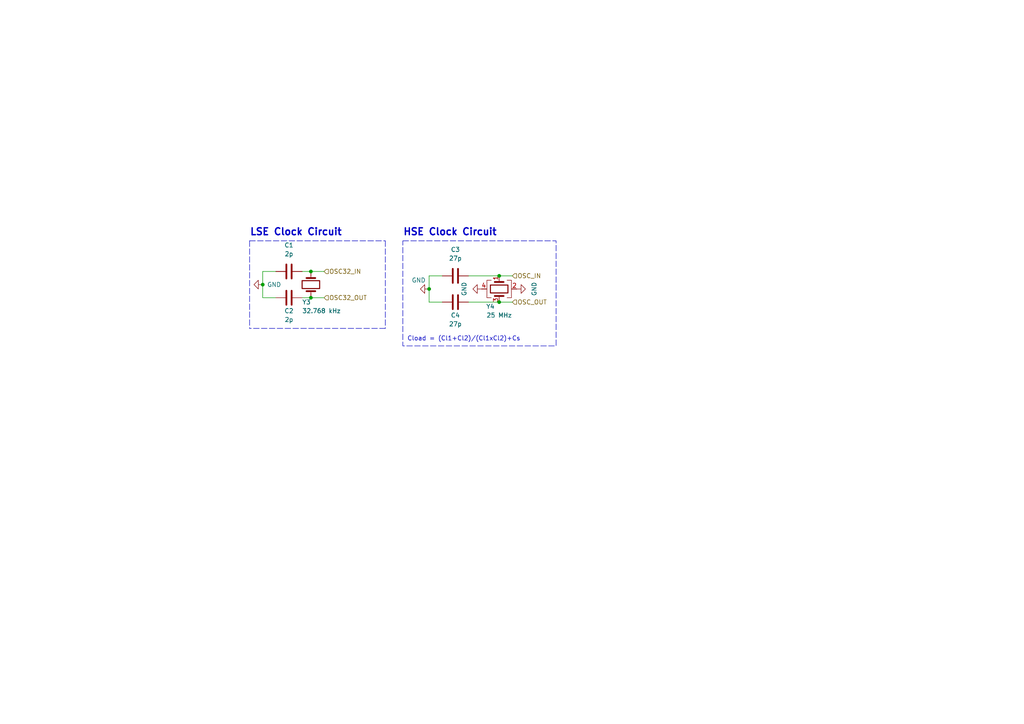
<source format=kicad_sch>
(kicad_sch (version 20231120) (generator "eeschema") (generator_version "8.0")
  (paper "A4")
  (lib_symbols
    (symbol "Device:C" (pin_numbers hide) (pin_names (offset 0.254))
      (property "Reference" "C" (at 0.635 2.54 0))
      (property "Value" "C" (at 0.635 -2.54 0))
      (symbol "C_0_1"
        (polyline (pts (xy -2.032 -0.762) (xy 2.032 -0.762)) (stroke (width 0.508)))
        (polyline (pts (xy -2.032 0.762) (xy 2.032 0.762)) (stroke (width 0.508)))
      )
      (symbol "C_1_1"
        (pin passive line (at 0 3.81 270) (length 2.794) (name "~") (number "1"))
        (pin passive line (at 0 -3.81 90) (length 2.794) (name "~") (number "2"))
      )
    )
    (symbol "Device:Crystal" (pin_numbers hide) (pin_names (offset 1.016) hide)
      (property "Reference" "Y" (at 0 3.81 0))
      (property "Value" "Crystal" (at 0 -3.81 0))
      (symbol "Crystal_0_1"
        (rectangle (start -1.143 2.54) (end 1.143 -2.54) (stroke (width 0.3048)))
        (polyline (pts (xy -2.54 0) (xy -1.905 0)))
        (polyline (pts (xy -1.905 -1.27) (xy -1.905 1.27)) (stroke (width 0.508)))
        (polyline (pts (xy 1.905 -1.27) (xy 1.905 1.27)) (stroke (width 0.508)))
        (polyline (pts (xy 2.54 0) (xy 1.905 0)))
      )
      (symbol "Crystal_1_1"
        (pin passive line (at -3.81 0 0) (length 1.27) (name "1") (number "1"))
        (pin passive line (at 3.81 0 180) (length 1.27) (name "2") (number "2"))
      )
    )
    (symbol "Device:Crystal_GND24" (pin_names (offset 1.016) hide)
      (property "Reference" "Y" (at 3.175 5.08 0))
      (property "Value" "Crystal_GND24" (at 3.175 3.175 0))
      (symbol "Crystal_GND24_0_1"
        (rectangle (start -1.143 2.54) (end 1.143 -2.54) (stroke (width 0.3048)))
        (polyline (pts (xy -2.54 0) (xy -2.032 0)))
        (polyline (pts (xy -2.032 -1.27) (xy -2.032 1.27)) (stroke (width 0.508)))
        (polyline (pts (xy 0 -3.81) (xy 0 -3.556)))
        (polyline (pts (xy 0 3.556) (xy 0 3.81)))
        (polyline (pts (xy 2.032 -1.27) (xy 2.032 1.27)) (stroke (width 0.508)))
        (polyline (pts (xy 2.032 0) (xy 2.54 0)))
        (polyline (pts (xy -2.54 -2.286) (xy -2.54 -3.556) (xy 2.54 -3.556) (xy 2.54 -2.286)))
        (polyline (pts (xy -2.54 2.286) (xy -2.54 3.556) (xy 2.54 3.556) (xy 2.54 2.286)))
      )
      (symbol "Crystal_GND24_1_1"
        (pin passive line (at -3.81 0 0) (length 1.27) (name "1") (number "1"))
        (pin passive line (at 0 5.08 270) (length 1.27) (name "2") (number "2"))
        (pin passive line (at 3.81 0 180) (length 1.27) (name "3") (number "3"))
        (pin passive line (at 0 -5.08 90) (length 1.27) (name "4") (number "4"))
      )
    )
    (symbol "power:GND" (power) (pin_names (offset 0))
      (property "Value" "GND" (at 0 -3.81 0))
      (symbol "GND_0_1"
        (polyline (pts (xy 0 0) (xy 0 -1.27) (xy 1.27 -1.27) (xy 0 -2.54) (xy -1.27 -1.27) (xy 0 -1.27)))
      )
      (symbol "GND_1_1"
        (pin power_in line (at 0 0 270) (length 0) hide (name "GND") (number "1"))
      )
    )
  )
  (junction (at 144.78 87.63))
  (junction (at 90.17 86.36))
  (junction (at 76.2 82.55))
  (junction (at 144.78 80.01))
  (junction (at 90.17 78.74))
  (junction (at 124.46 83.82))
  (wire (pts (xy 135.89 87.63) (xy 144.78 87.63)))
  (wire (pts (xy 124.46 87.63) (xy 128.27 87.63)))
  (polyline (pts (xy 111.76 95.25) (xy 72.39 95.25)) (stroke (width 0) (type dash)))
  (wire (pts (xy 124.46 80.01) (xy 124.46 83.82)))
  (wire (pts (xy 76.2 82.55) (xy 76.2 86.36)))
  (wire (pts (xy 76.2 78.74) (xy 80.01 78.74)))
  (wire (pts (xy 124.46 80.01) (xy 128.27 80.01)))
  (wire (pts (xy 144.78 80.01) (xy 148.59 80.01)))
  (wire (pts (xy 76.2 86.36) (xy 80.01 86.36)))
  (wire (pts (xy 124.46 83.82) (xy 124.46 87.63)))
  (wire (pts (xy 90.17 86.36) (xy 93.98 86.36)))
  (polyline (pts (xy 72.39 69.85) (xy 111.76 69.85)) (stroke (width 0) (type dash)))
  (wire (pts (xy 135.89 80.01) (xy 144.78 80.01)))
  (polyline (pts (xy 72.39 69.85) (xy 72.39 95.25)) (stroke (width 0) (type dash)))
  (wire (pts (xy 87.63 86.36) (xy 90.17 86.36)))
  (wire (pts (xy 90.17 78.74) (xy 93.98 78.74)))
  (polyline (pts (xy 111.76 69.85) (xy 111.76 95.25)) (stroke (width 0) (type dash)))
  (wire (pts (xy 87.63 78.74) (xy 90.17 78.74)))
  (wire (pts (xy 144.78 87.63) (xy 148.59 87.63)))
  (wire (pts (xy 76.2 78.74) (xy 76.2 82.55)))
  (rectangle (start 116.84 69.85) (end 161.29 100.33) (stroke (width 0) (type dash)))
  (text "Cload = (Cl1+Cl2)/(Cl1xCl2)+Cs" (at 118.11 99.06 0) (effects (font (size 1.27 1.27)) (justify left bottom)))
  (text "LSE Clock Circuit" (at 72.39 68.58 0) (effects (font (size 2 2) (bold yes)) (justify left bottom)))
  (text "HSE Clock Circuit" (at 116.84 68.58 0) (effects (font (size 2 2) (thickness 0.4) (bold yes)) (justify left bottom)))
  (hierarchical_label "OSC_IN" (shape input) (at 148.59 80.01 0))
  (hierarchical_label "OSC32_IN" (shape input) (at 93.98 78.74 0))
  (hierarchical_label "OSC_OUT" (shape input) (at 148.59 87.63 0))
  (hierarchical_label "OSC32_OUT" (shape input) (at 93.98 86.36 0))
  (symbol (lib_id "Device:Crystal") (at 90.17 82.55 270) (unit 1)
    (property "Reference" "Y3" (at 87.63 87.63 90) (effects (justify left)))
    (property "Value" "32.768 kHz" (at 87.63 90.17 90) (effects (justify left)))
    (property "Footprint" "Skripsie:Crystal_SMD_EuroQuartz_EQ161-2Pin_3.2x1.5mm" (effects (hide yes)))
  )
  (symbol (lib_id "Device:C") (at 83.82 86.36 90) (unit 1)
    (property "Reference" "C2" (at 83.82 90.17 90))
    (property "Value" "2p" (at 83.82 92.71 90))
    (property "Footprint" "Skripsie:C_0201_0603Metric" (effects (hide yes)))
  )
  (symbol (lib_id "Device:Crystal_GND24") (at 144.78 83.82 270) (unit 1)
    (property "Reference" "Y4" (at 142.24 88.9 90))
    (property "Value" "25 MHz" (at 144.78 91.44 90))
    (property "Footprint" "Skripsie:Crystal_SMD_EuroQuartz_X22-4Pin_2.5x2.0mm" (effects (hide yes)))
  )
  (symbol (lib_id "power:GND") (at 149.86 83.82 90) (unit 1)
    (property "Reference" "#PWR026" (effects (hide yes)))
    (property "Value" "GND" (at 154.94 83.82 0))
  )
  (symbol (lib_id "power:GND") (at 76.2 82.55 270) (unit 1)
    (property "Reference" "#PWR01" (effects (hide yes)))
    (property "Value" "GND" (at 77.47 82.55 90) (effects (justify left)))
  )
  (symbol (lib_id "power:GND") (at 139.7 83.82 270) (unit 1)
    (property "Reference" "#PWR025" (effects (hide yes)))
    (property "Value" "GND" (at 134.62 83.82 0))
  )
  (symbol (lib_id "Device:C") (at 83.82 78.74 90) (unit 1)
    (property "Reference" "C1" (at 83.82 71.12 90))
    (property "Value" "2p" (at 83.82 73.66 90))
    (property "Footprint" "Skripsie:C_0201_0603Metric" (effects (hide yes)))
  )
  (symbol (lib_id "power:GND") (at 124.46 83.82 270) (unit 1)
    (property "Reference" "#PWR02" (effects (hide yes)))
    (property "Value" "GND" (at 119.38 81.28 90) (effects (justify left)))
  )
  (symbol (lib_id "Device:C") (at 132.08 87.63 90) (unit 1)
    (property "Reference" "C4" (at 132.08 91.44 90))
    (property "Value" "27p" (at 132.08 93.98 90))
    (property "Footprint" "Skripsie:C_0201_0603Metric" (effects (hide yes)))
  )
  (symbol (lib_id "Device:C") (at 132.08 80.01 90) (unit 1)
    (property "Reference" "C3" (at 132.08 72.39 90))
    (property "Value" "27p" (at 132.08 74.93 90))
    (property "Footprint" "Skripsie:C_0201_0603Metric" (effects (hide yes)))
  )
)
</source>
